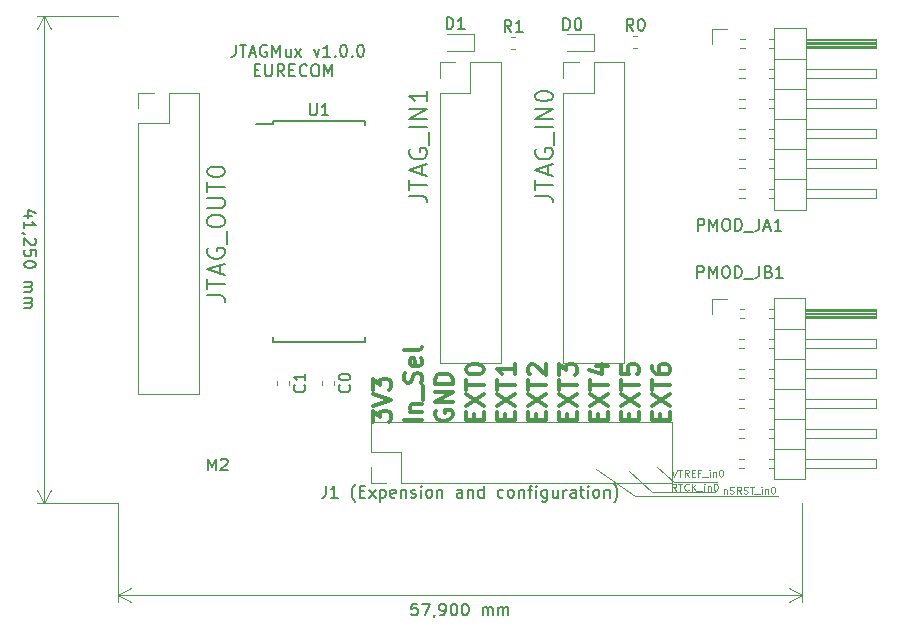
<source format=gbr>
G04 #@! TF.GenerationSoftware,KiCad,Pcbnew,(5.1.0-165-g615c49315)*
G04 #@! TF.CreationDate,2019-04-12T15:14:10+02:00*
G04 #@! TF.ProjectId,JTAGMux_1.0,4a544147-4d75-4785-9f31-2e302e6b6963,rev?*
G04 #@! TF.SameCoordinates,Original*
G04 #@! TF.FileFunction,Legend,Top*
G04 #@! TF.FilePolarity,Positive*
%FSLAX46Y46*%
G04 Gerber Fmt 4.6, Leading zero omitted, Abs format (unit mm)*
G04 Created by KiCad (PCBNEW (5.1.0-165-g615c49315)) date 2019-04-12 15:14:10*
%MOMM*%
%LPD*%
G04 APERTURE LIST*
%ADD10C,0.150000*%
%ADD11C,0.125000*%
%ADD12C,0.120000*%
%ADD13C,0.375000*%
G04 APERTURE END LIST*
D10*
X60052695Y-111125880D02*
X60052695Y-111840166D01*
X60005076Y-111983023D01*
X59909838Y-112078261D01*
X59766980Y-112125880D01*
X59671742Y-112125880D01*
X60386028Y-111125880D02*
X60957457Y-111125880D01*
X60671742Y-112125880D02*
X60671742Y-111125880D01*
X61243171Y-111840166D02*
X61719361Y-111840166D01*
X61147933Y-112125880D02*
X61481266Y-111125880D01*
X61814600Y-112125880D01*
X62671742Y-111173500D02*
X62576504Y-111125880D01*
X62433647Y-111125880D01*
X62290790Y-111173500D01*
X62195552Y-111268738D01*
X62147933Y-111363976D01*
X62100314Y-111554452D01*
X62100314Y-111697309D01*
X62147933Y-111887785D01*
X62195552Y-111983023D01*
X62290790Y-112078261D01*
X62433647Y-112125880D01*
X62528885Y-112125880D01*
X62671742Y-112078261D01*
X62719361Y-112030642D01*
X62719361Y-111697309D01*
X62528885Y-111697309D01*
X63147933Y-112125880D02*
X63147933Y-111125880D01*
X63481266Y-111840166D01*
X63814600Y-111125880D01*
X63814600Y-112125880D01*
X64719361Y-111459214D02*
X64719361Y-112125880D01*
X64290790Y-111459214D02*
X64290790Y-111983023D01*
X64338409Y-112078261D01*
X64433647Y-112125880D01*
X64576504Y-112125880D01*
X64671742Y-112078261D01*
X64719361Y-112030642D01*
X65100314Y-112125880D02*
X65624123Y-111459214D01*
X65100314Y-111459214D02*
X65624123Y-112125880D01*
X66671742Y-111459214D02*
X66909838Y-112125880D01*
X67147933Y-111459214D01*
X68052695Y-112125880D02*
X67481266Y-112125880D01*
X67766980Y-112125880D02*
X67766980Y-111125880D01*
X67671742Y-111268738D01*
X67576504Y-111363976D01*
X67481266Y-111411595D01*
X68481266Y-112030642D02*
X68528885Y-112078261D01*
X68481266Y-112125880D01*
X68433647Y-112078261D01*
X68481266Y-112030642D01*
X68481266Y-112125880D01*
X69147933Y-111125880D02*
X69243171Y-111125880D01*
X69338409Y-111173500D01*
X69386028Y-111221119D01*
X69433647Y-111316357D01*
X69481266Y-111506833D01*
X69481266Y-111744928D01*
X69433647Y-111935404D01*
X69386028Y-112030642D01*
X69338409Y-112078261D01*
X69243171Y-112125880D01*
X69147933Y-112125880D01*
X69052695Y-112078261D01*
X69005076Y-112030642D01*
X68957457Y-111935404D01*
X68909838Y-111744928D01*
X68909838Y-111506833D01*
X68957457Y-111316357D01*
X69005076Y-111221119D01*
X69052695Y-111173500D01*
X69147933Y-111125880D01*
X69909838Y-112030642D02*
X69957457Y-112078261D01*
X69909838Y-112125880D01*
X69862219Y-112078261D01*
X69909838Y-112030642D01*
X69909838Y-112125880D01*
X70576504Y-111125880D02*
X70671742Y-111125880D01*
X70766980Y-111173500D01*
X70814600Y-111221119D01*
X70862219Y-111316357D01*
X70909838Y-111506833D01*
X70909838Y-111744928D01*
X70862219Y-111935404D01*
X70814600Y-112030642D01*
X70766980Y-112078261D01*
X70671742Y-112125880D01*
X70576504Y-112125880D01*
X70481266Y-112078261D01*
X70433647Y-112030642D01*
X70386028Y-111935404D01*
X70338409Y-111744928D01*
X70338409Y-111506833D01*
X70386028Y-111316357D01*
X70433647Y-111221119D01*
X70481266Y-111173500D01*
X70576504Y-111125880D01*
X61647933Y-113252071D02*
X61981266Y-113252071D01*
X62124123Y-113775880D02*
X61647933Y-113775880D01*
X61647933Y-112775880D01*
X62124123Y-112775880D01*
X62552695Y-112775880D02*
X62552695Y-113585404D01*
X62600314Y-113680642D01*
X62647933Y-113728261D01*
X62743171Y-113775880D01*
X62933647Y-113775880D01*
X63028885Y-113728261D01*
X63076504Y-113680642D01*
X63124123Y-113585404D01*
X63124123Y-112775880D01*
X64171742Y-113775880D02*
X63838409Y-113299690D01*
X63600314Y-113775880D02*
X63600314Y-112775880D01*
X63981266Y-112775880D01*
X64076504Y-112823500D01*
X64124123Y-112871119D01*
X64171742Y-112966357D01*
X64171742Y-113109214D01*
X64124123Y-113204452D01*
X64076504Y-113252071D01*
X63981266Y-113299690D01*
X63600314Y-113299690D01*
X64600314Y-113252071D02*
X64933647Y-113252071D01*
X65076504Y-113775880D02*
X64600314Y-113775880D01*
X64600314Y-112775880D01*
X65076504Y-112775880D01*
X66076504Y-113680642D02*
X66028885Y-113728261D01*
X65886028Y-113775880D01*
X65790790Y-113775880D01*
X65647933Y-113728261D01*
X65552695Y-113633023D01*
X65505076Y-113537785D01*
X65457457Y-113347309D01*
X65457457Y-113204452D01*
X65505076Y-113013976D01*
X65552695Y-112918738D01*
X65647933Y-112823500D01*
X65790790Y-112775880D01*
X65886028Y-112775880D01*
X66028885Y-112823500D01*
X66076504Y-112871119D01*
X66695552Y-112775880D02*
X66886028Y-112775880D01*
X66981266Y-112823500D01*
X67076504Y-112918738D01*
X67124123Y-113109214D01*
X67124123Y-113442547D01*
X67076504Y-113633023D01*
X66981266Y-113728261D01*
X66886028Y-113775880D01*
X66695552Y-113775880D01*
X66600314Y-113728261D01*
X66505076Y-113633023D01*
X66457457Y-113442547D01*
X66457457Y-113109214D01*
X66505076Y-112918738D01*
X66600314Y-112823500D01*
X66695552Y-112775880D01*
X67552695Y-113775880D02*
X67552695Y-112775880D01*
X67886028Y-113490166D01*
X68219361Y-112775880D01*
X68219361Y-113775880D01*
D11*
X101371757Y-148717328D02*
X101371757Y-149117328D01*
X101371757Y-148774471D02*
X101400328Y-148745900D01*
X101457471Y-148717328D01*
X101543185Y-148717328D01*
X101600328Y-148745900D01*
X101628900Y-148803042D01*
X101628900Y-149117328D01*
X101886042Y-149088757D02*
X101971757Y-149117328D01*
X102114614Y-149117328D01*
X102171757Y-149088757D01*
X102200328Y-149060185D01*
X102228900Y-149003042D01*
X102228900Y-148945900D01*
X102200328Y-148888757D01*
X102171757Y-148860185D01*
X102114614Y-148831614D01*
X102000328Y-148803042D01*
X101943185Y-148774471D01*
X101914614Y-148745900D01*
X101886042Y-148688757D01*
X101886042Y-148631614D01*
X101914614Y-148574471D01*
X101943185Y-148545900D01*
X102000328Y-148517328D01*
X102143185Y-148517328D01*
X102228900Y-148545900D01*
X102828900Y-149117328D02*
X102628900Y-148831614D01*
X102486042Y-149117328D02*
X102486042Y-148517328D01*
X102714614Y-148517328D01*
X102771757Y-148545900D01*
X102800328Y-148574471D01*
X102828900Y-148631614D01*
X102828900Y-148717328D01*
X102800328Y-148774471D01*
X102771757Y-148803042D01*
X102714614Y-148831614D01*
X102486042Y-148831614D01*
X103057471Y-149088757D02*
X103143185Y-149117328D01*
X103286042Y-149117328D01*
X103343185Y-149088757D01*
X103371757Y-149060185D01*
X103400328Y-149003042D01*
X103400328Y-148945900D01*
X103371757Y-148888757D01*
X103343185Y-148860185D01*
X103286042Y-148831614D01*
X103171757Y-148803042D01*
X103114614Y-148774471D01*
X103086042Y-148745900D01*
X103057471Y-148688757D01*
X103057471Y-148631614D01*
X103086042Y-148574471D01*
X103114614Y-148545900D01*
X103171757Y-148517328D01*
X103314614Y-148517328D01*
X103400328Y-148545900D01*
X103571757Y-148517328D02*
X103914614Y-148517328D01*
X103743185Y-149117328D02*
X103743185Y-148517328D01*
X103971757Y-149174471D02*
X104428900Y-149174471D01*
X104571757Y-149117328D02*
X104571757Y-148717328D01*
X104571757Y-148517328D02*
X104543185Y-148545900D01*
X104571757Y-148574471D01*
X104600328Y-148545900D01*
X104571757Y-148517328D01*
X104571757Y-148574471D01*
X104857471Y-148717328D02*
X104857471Y-149117328D01*
X104857471Y-148774471D02*
X104886042Y-148745900D01*
X104943185Y-148717328D01*
X105028900Y-148717328D01*
X105086042Y-148745900D01*
X105114614Y-148803042D01*
X105114614Y-149117328D01*
X105514614Y-148517328D02*
X105571757Y-148517328D01*
X105628900Y-148545900D01*
X105657471Y-148574471D01*
X105686042Y-148631614D01*
X105714614Y-148745900D01*
X105714614Y-148888757D01*
X105686042Y-149003042D01*
X105657471Y-149060185D01*
X105628900Y-149088757D01*
X105571757Y-149117328D01*
X105514614Y-149117328D01*
X105457471Y-149088757D01*
X105428900Y-149060185D01*
X105400328Y-149003042D01*
X105371757Y-148888757D01*
X105371757Y-148745900D01*
X105400328Y-148631614D01*
X105428900Y-148574471D01*
X105457471Y-148545900D01*
X105514614Y-148517328D01*
X97347371Y-148863328D02*
X97147371Y-148577614D01*
X97004514Y-148863328D02*
X97004514Y-148263328D01*
X97233085Y-148263328D01*
X97290228Y-148291900D01*
X97318800Y-148320471D01*
X97347371Y-148377614D01*
X97347371Y-148463328D01*
X97318800Y-148520471D01*
X97290228Y-148549042D01*
X97233085Y-148577614D01*
X97004514Y-148577614D01*
X97518800Y-148263328D02*
X97861657Y-148263328D01*
X97690228Y-148863328D02*
X97690228Y-148263328D01*
X98404514Y-148806185D02*
X98375942Y-148834757D01*
X98290228Y-148863328D01*
X98233085Y-148863328D01*
X98147371Y-148834757D01*
X98090228Y-148777614D01*
X98061657Y-148720471D01*
X98033085Y-148606185D01*
X98033085Y-148520471D01*
X98061657Y-148406185D01*
X98090228Y-148349042D01*
X98147371Y-148291900D01*
X98233085Y-148263328D01*
X98290228Y-148263328D01*
X98375942Y-148291900D01*
X98404514Y-148320471D01*
X98661657Y-148863328D02*
X98661657Y-148263328D01*
X99004514Y-148863328D02*
X98747371Y-148520471D01*
X99004514Y-148263328D02*
X98661657Y-148606185D01*
X99118800Y-148920471D02*
X99575942Y-148920471D01*
X99718800Y-148863328D02*
X99718800Y-148463328D01*
X99718800Y-148263328D02*
X99690228Y-148291900D01*
X99718800Y-148320471D01*
X99747371Y-148291900D01*
X99718800Y-148263328D01*
X99718800Y-148320471D01*
X100004514Y-148463328D02*
X100004514Y-148863328D01*
X100004514Y-148520471D02*
X100033085Y-148491900D01*
X100090228Y-148463328D01*
X100175942Y-148463328D01*
X100233085Y-148491900D01*
X100261657Y-148549042D01*
X100261657Y-148863328D01*
X100661657Y-148263328D02*
X100718800Y-148263328D01*
X100775942Y-148291900D01*
X100804514Y-148320471D01*
X100833085Y-148377614D01*
X100861657Y-148491900D01*
X100861657Y-148634757D01*
X100833085Y-148749042D01*
X100804514Y-148806185D01*
X100775942Y-148834757D01*
X100718800Y-148863328D01*
X100661657Y-148863328D01*
X100604514Y-148834757D01*
X100575942Y-148806185D01*
X100547371Y-148749042D01*
X100518800Y-148634757D01*
X100518800Y-148491900D01*
X100547371Y-148377614D01*
X100575942Y-148320471D01*
X100604514Y-148291900D01*
X100661657Y-148263328D01*
D12*
X97128100Y-148122000D02*
X100773000Y-148122000D01*
X95718400Y-146864700D02*
X97128100Y-148122000D01*
X95324700Y-149011000D02*
X100646000Y-149011000D01*
X93394300Y-147194900D02*
X95324700Y-149011000D01*
D11*
X96999785Y-147082228D02*
X97199785Y-147682228D01*
X97399785Y-147082228D01*
X97514071Y-147082228D02*
X97856928Y-147082228D01*
X97685500Y-147682228D02*
X97685500Y-147082228D01*
X98399785Y-147682228D02*
X98199785Y-147396514D01*
X98056928Y-147682228D02*
X98056928Y-147082228D01*
X98285500Y-147082228D01*
X98342642Y-147110800D01*
X98371214Y-147139371D01*
X98399785Y-147196514D01*
X98399785Y-147282228D01*
X98371214Y-147339371D01*
X98342642Y-147367942D01*
X98285500Y-147396514D01*
X98056928Y-147396514D01*
X98656928Y-147367942D02*
X98856928Y-147367942D01*
X98942642Y-147682228D02*
X98656928Y-147682228D01*
X98656928Y-147082228D01*
X98942642Y-147082228D01*
X99399785Y-147367942D02*
X99199785Y-147367942D01*
X99199785Y-147682228D02*
X99199785Y-147082228D01*
X99485500Y-147082228D01*
X99571214Y-147739371D02*
X100028357Y-147739371D01*
X100171214Y-147682228D02*
X100171214Y-147282228D01*
X100171214Y-147082228D02*
X100142642Y-147110800D01*
X100171214Y-147139371D01*
X100199785Y-147110800D01*
X100171214Y-147082228D01*
X100171214Y-147139371D01*
X100456928Y-147282228D02*
X100456928Y-147682228D01*
X100456928Y-147339371D02*
X100485500Y-147310800D01*
X100542642Y-147282228D01*
X100628357Y-147282228D01*
X100685500Y-147310800D01*
X100714071Y-147367942D01*
X100714071Y-147682228D01*
X101114071Y-147082228D02*
X101171214Y-147082228D01*
X101228357Y-147110800D01*
X101256928Y-147139371D01*
X101285500Y-147196514D01*
X101314071Y-147310800D01*
X101314071Y-147453657D01*
X101285500Y-147567942D01*
X101256928Y-147625085D01*
X101228357Y-147653657D01*
X101171214Y-147682228D01*
X101114071Y-147682228D01*
X101056928Y-147653657D01*
X101028357Y-147625085D01*
X100999785Y-147567942D01*
X100971214Y-147453657D01*
X100971214Y-147310800D01*
X100999785Y-147196514D01*
X101028357Y-147139371D01*
X101056928Y-147110800D01*
X101114071Y-147082228D01*
D12*
X93826100Y-149315800D02*
X105992700Y-149303100D01*
X90524100Y-147055200D02*
X93826100Y-149315800D01*
D13*
X71667171Y-143028464D02*
X71667171Y-142099892D01*
X72238600Y-142599892D01*
X72238600Y-142385607D01*
X72310028Y-142242750D01*
X72381457Y-142171321D01*
X72524314Y-142099892D01*
X72881457Y-142099892D01*
X73024314Y-142171321D01*
X73095742Y-142242750D01*
X73167171Y-142385607D01*
X73167171Y-142814178D01*
X73095742Y-142957035D01*
X73024314Y-143028464D01*
X71667171Y-141671321D02*
X73167171Y-141171321D01*
X71667171Y-140671321D01*
X71667171Y-140314178D02*
X71667171Y-139385607D01*
X72238600Y-139885607D01*
X72238600Y-139671321D01*
X72310028Y-139528464D01*
X72381457Y-139457035D01*
X72524314Y-139385607D01*
X72881457Y-139385607D01*
X73024314Y-139457035D01*
X73095742Y-139528464D01*
X73167171Y-139671321D01*
X73167171Y-140099892D01*
X73095742Y-140242750D01*
X73024314Y-140314178D01*
X75792171Y-142885607D02*
X74292171Y-142885607D01*
X74792171Y-142171321D02*
X75792171Y-142171321D01*
X74935028Y-142171321D02*
X74863600Y-142099892D01*
X74792171Y-141957035D01*
X74792171Y-141742750D01*
X74863600Y-141599892D01*
X75006457Y-141528464D01*
X75792171Y-141528464D01*
X75935028Y-141171321D02*
X75935028Y-140028464D01*
X75720742Y-139742750D02*
X75792171Y-139528464D01*
X75792171Y-139171321D01*
X75720742Y-139028464D01*
X75649314Y-138957035D01*
X75506457Y-138885607D01*
X75363600Y-138885607D01*
X75220742Y-138957035D01*
X75149314Y-139028464D01*
X75077885Y-139171321D01*
X75006457Y-139457035D01*
X74935028Y-139599892D01*
X74863600Y-139671321D01*
X74720742Y-139742750D01*
X74577885Y-139742750D01*
X74435028Y-139671321D01*
X74363600Y-139599892D01*
X74292171Y-139457035D01*
X74292171Y-139099892D01*
X74363600Y-138885607D01*
X75720742Y-137671321D02*
X75792171Y-137814178D01*
X75792171Y-138099892D01*
X75720742Y-138242750D01*
X75577885Y-138314178D01*
X75006457Y-138314178D01*
X74863600Y-138242750D01*
X74792171Y-138099892D01*
X74792171Y-137814178D01*
X74863600Y-137671321D01*
X75006457Y-137599892D01*
X75149314Y-137599892D01*
X75292171Y-138314178D01*
X75792171Y-136742750D02*
X75720742Y-136885607D01*
X75577885Y-136957035D01*
X74292171Y-136957035D01*
X76988600Y-142099892D02*
X76917171Y-142242750D01*
X76917171Y-142457035D01*
X76988600Y-142671321D01*
X77131457Y-142814178D01*
X77274314Y-142885607D01*
X77560028Y-142957035D01*
X77774314Y-142957035D01*
X78060028Y-142885607D01*
X78202885Y-142814178D01*
X78345742Y-142671321D01*
X78417171Y-142457035D01*
X78417171Y-142314178D01*
X78345742Y-142099892D01*
X78274314Y-142028464D01*
X77774314Y-142028464D01*
X77774314Y-142314178D01*
X78417171Y-141385607D02*
X76917171Y-141385607D01*
X78417171Y-140528464D01*
X76917171Y-140528464D01*
X78417171Y-139814178D02*
X76917171Y-139814178D01*
X76917171Y-139457035D01*
X76988600Y-139242750D01*
X77131457Y-139099892D01*
X77274314Y-139028464D01*
X77560028Y-138957035D01*
X77774314Y-138957035D01*
X78060028Y-139028464D01*
X78202885Y-139099892D01*
X78345742Y-139242750D01*
X78417171Y-139457035D01*
X78417171Y-139814178D01*
X80256457Y-142885607D02*
X80256457Y-142385607D01*
X81042171Y-142171321D02*
X81042171Y-142885607D01*
X79542171Y-142885607D01*
X79542171Y-142171321D01*
X79542171Y-141671321D02*
X81042171Y-140671321D01*
X79542171Y-140671321D02*
X81042171Y-141671321D01*
X79542171Y-140314178D02*
X79542171Y-139457035D01*
X81042171Y-139885607D02*
X79542171Y-139885607D01*
X79542171Y-138671321D02*
X79542171Y-138528464D01*
X79613600Y-138385607D01*
X79685028Y-138314178D01*
X79827885Y-138242750D01*
X80113600Y-138171321D01*
X80470742Y-138171321D01*
X80756457Y-138242750D01*
X80899314Y-138314178D01*
X80970742Y-138385607D01*
X81042171Y-138528464D01*
X81042171Y-138671321D01*
X80970742Y-138814178D01*
X80899314Y-138885607D01*
X80756457Y-138957035D01*
X80470742Y-139028464D01*
X80113600Y-139028464D01*
X79827885Y-138957035D01*
X79685028Y-138885607D01*
X79613600Y-138814178D01*
X79542171Y-138671321D01*
X82881457Y-142885607D02*
X82881457Y-142385607D01*
X83667171Y-142171321D02*
X83667171Y-142885607D01*
X82167171Y-142885607D01*
X82167171Y-142171321D01*
X82167171Y-141671321D02*
X83667171Y-140671321D01*
X82167171Y-140671321D02*
X83667171Y-141671321D01*
X82167171Y-140314178D02*
X82167171Y-139457035D01*
X83667171Y-139885607D02*
X82167171Y-139885607D01*
X83667171Y-138171321D02*
X83667171Y-139028464D01*
X83667171Y-138599892D02*
X82167171Y-138599892D01*
X82381457Y-138742750D01*
X82524314Y-138885607D01*
X82595742Y-139028464D01*
X85506457Y-142885607D02*
X85506457Y-142385607D01*
X86292171Y-142171321D02*
X86292171Y-142885607D01*
X84792171Y-142885607D01*
X84792171Y-142171321D01*
X84792171Y-141671321D02*
X86292171Y-140671321D01*
X84792171Y-140671321D02*
X86292171Y-141671321D01*
X84792171Y-140314178D02*
X84792171Y-139457035D01*
X86292171Y-139885607D02*
X84792171Y-139885607D01*
X84935028Y-139028464D02*
X84863600Y-138957035D01*
X84792171Y-138814178D01*
X84792171Y-138457035D01*
X84863600Y-138314178D01*
X84935028Y-138242750D01*
X85077885Y-138171321D01*
X85220742Y-138171321D01*
X85435028Y-138242750D01*
X86292171Y-139099892D01*
X86292171Y-138171321D01*
X88131457Y-142885607D02*
X88131457Y-142385607D01*
X88917171Y-142171321D02*
X88917171Y-142885607D01*
X87417171Y-142885607D01*
X87417171Y-142171321D01*
X87417171Y-141671321D02*
X88917171Y-140671321D01*
X87417171Y-140671321D02*
X88917171Y-141671321D01*
X87417171Y-140314178D02*
X87417171Y-139457035D01*
X88917171Y-139885607D02*
X87417171Y-139885607D01*
X87417171Y-139099892D02*
X87417171Y-138171321D01*
X87988600Y-138671321D01*
X87988600Y-138457035D01*
X88060028Y-138314178D01*
X88131457Y-138242750D01*
X88274314Y-138171321D01*
X88631457Y-138171321D01*
X88774314Y-138242750D01*
X88845742Y-138314178D01*
X88917171Y-138457035D01*
X88917171Y-138885607D01*
X88845742Y-139028464D01*
X88774314Y-139099892D01*
X90756457Y-142885607D02*
X90756457Y-142385607D01*
X91542171Y-142171321D02*
X91542171Y-142885607D01*
X90042171Y-142885607D01*
X90042171Y-142171321D01*
X90042171Y-141671321D02*
X91542171Y-140671321D01*
X90042171Y-140671321D02*
X91542171Y-141671321D01*
X90042171Y-140314178D02*
X90042171Y-139457035D01*
X91542171Y-139885607D02*
X90042171Y-139885607D01*
X90542171Y-138314178D02*
X91542171Y-138314178D01*
X89970742Y-138671321D02*
X91042171Y-139028464D01*
X91042171Y-138099892D01*
X93381457Y-142885607D02*
X93381457Y-142385607D01*
X94167171Y-142171321D02*
X94167171Y-142885607D01*
X92667171Y-142885607D01*
X92667171Y-142171321D01*
X92667171Y-141671321D02*
X94167171Y-140671321D01*
X92667171Y-140671321D02*
X94167171Y-141671321D01*
X92667171Y-140314178D02*
X92667171Y-139457035D01*
X94167171Y-139885607D02*
X92667171Y-139885607D01*
X92667171Y-138242750D02*
X92667171Y-138957035D01*
X93381457Y-139028464D01*
X93310028Y-138957035D01*
X93238600Y-138814178D01*
X93238600Y-138457035D01*
X93310028Y-138314178D01*
X93381457Y-138242750D01*
X93524314Y-138171321D01*
X93881457Y-138171321D01*
X94024314Y-138242750D01*
X94095742Y-138314178D01*
X94167171Y-138457035D01*
X94167171Y-138814178D01*
X94095742Y-138957035D01*
X94024314Y-139028464D01*
X96006457Y-142885607D02*
X96006457Y-142385607D01*
X96792171Y-142171321D02*
X96792171Y-142885607D01*
X95292171Y-142885607D01*
X95292171Y-142171321D01*
X95292171Y-141671321D02*
X96792171Y-140671321D01*
X95292171Y-140671321D02*
X96792171Y-141671321D01*
X95292171Y-140314178D02*
X95292171Y-139457035D01*
X96792171Y-139885607D02*
X95292171Y-139885607D01*
X95292171Y-138314178D02*
X95292171Y-138599892D01*
X95363600Y-138742750D01*
X95435028Y-138814178D01*
X95649314Y-138957035D01*
X95935028Y-139028464D01*
X96506457Y-139028464D01*
X96649314Y-138957035D01*
X96720742Y-138885607D01*
X96792171Y-138742750D01*
X96792171Y-138457035D01*
X96720742Y-138314178D01*
X96649314Y-138242750D01*
X96506457Y-138171321D01*
X96149314Y-138171321D01*
X96006457Y-138242750D01*
X95935028Y-138314178D01*
X95863600Y-138457035D01*
X95863600Y-138742750D01*
X95935028Y-138885607D01*
X96006457Y-138957035D01*
X96149314Y-139028464D01*
D10*
X75430952Y-158422380D02*
X74954761Y-158422380D01*
X74907142Y-158898571D01*
X74954761Y-158850952D01*
X75050000Y-158803333D01*
X75288095Y-158803333D01*
X75383333Y-158850952D01*
X75430952Y-158898571D01*
X75478571Y-158993809D01*
X75478571Y-159231904D01*
X75430952Y-159327142D01*
X75383333Y-159374761D01*
X75288095Y-159422380D01*
X75050000Y-159422380D01*
X74954761Y-159374761D01*
X74907142Y-159327142D01*
X75811904Y-158422380D02*
X76478571Y-158422380D01*
X76050000Y-159422380D01*
X76907142Y-159374761D02*
X76907142Y-159422380D01*
X76859523Y-159517619D01*
X76811904Y-159565238D01*
X77383333Y-159422380D02*
X77573809Y-159422380D01*
X77669047Y-159374761D01*
X77716666Y-159327142D01*
X77811904Y-159184285D01*
X77859523Y-158993809D01*
X77859523Y-158612857D01*
X77811904Y-158517619D01*
X77764285Y-158470000D01*
X77669047Y-158422380D01*
X77478571Y-158422380D01*
X77383333Y-158470000D01*
X77335714Y-158517619D01*
X77288095Y-158612857D01*
X77288095Y-158850952D01*
X77335714Y-158946190D01*
X77383333Y-158993809D01*
X77478571Y-159041428D01*
X77669047Y-159041428D01*
X77764285Y-158993809D01*
X77811904Y-158946190D01*
X77859523Y-158850952D01*
X78478571Y-158422380D02*
X78573809Y-158422380D01*
X78669047Y-158470000D01*
X78716666Y-158517619D01*
X78764285Y-158612857D01*
X78811904Y-158803333D01*
X78811904Y-159041428D01*
X78764285Y-159231904D01*
X78716666Y-159327142D01*
X78669047Y-159374761D01*
X78573809Y-159422380D01*
X78478571Y-159422380D01*
X78383333Y-159374761D01*
X78335714Y-159327142D01*
X78288095Y-159231904D01*
X78240476Y-159041428D01*
X78240476Y-158803333D01*
X78288095Y-158612857D01*
X78335714Y-158517619D01*
X78383333Y-158470000D01*
X78478571Y-158422380D01*
X79430952Y-158422380D02*
X79526190Y-158422380D01*
X79621428Y-158470000D01*
X79669047Y-158517619D01*
X79716666Y-158612857D01*
X79764285Y-158803333D01*
X79764285Y-159041428D01*
X79716666Y-159231904D01*
X79669047Y-159327142D01*
X79621428Y-159374761D01*
X79526190Y-159422380D01*
X79430952Y-159422380D01*
X79335714Y-159374761D01*
X79288095Y-159327142D01*
X79240476Y-159231904D01*
X79192857Y-159041428D01*
X79192857Y-158803333D01*
X79240476Y-158612857D01*
X79288095Y-158517619D01*
X79335714Y-158470000D01*
X79430952Y-158422380D01*
X80954761Y-159422380D02*
X80954761Y-158755714D01*
X80954761Y-158850952D02*
X81002380Y-158803333D01*
X81097619Y-158755714D01*
X81240476Y-158755714D01*
X81335714Y-158803333D01*
X81383333Y-158898571D01*
X81383333Y-159422380D01*
X81383333Y-158898571D02*
X81430952Y-158803333D01*
X81526190Y-158755714D01*
X81669047Y-158755714D01*
X81764285Y-158803333D01*
X81811904Y-158898571D01*
X81811904Y-159422380D01*
X82288095Y-159422380D02*
X82288095Y-158755714D01*
X82288095Y-158850952D02*
X82335714Y-158803333D01*
X82430952Y-158755714D01*
X82573809Y-158755714D01*
X82669047Y-158803333D01*
X82716666Y-158898571D01*
X82716666Y-159422380D01*
X82716666Y-158898571D02*
X82764285Y-158803333D01*
X82859523Y-158755714D01*
X83002380Y-158755714D01*
X83097619Y-158803333D01*
X83145238Y-158898571D01*
X83145238Y-159422380D01*
D12*
X50100000Y-157700000D02*
X108000000Y-157700000D01*
X50100000Y-149900000D02*
X50100000Y-158286421D01*
X108000000Y-149900000D02*
X108000000Y-158286421D01*
X108000000Y-157700000D02*
X106873496Y-158286421D01*
X108000000Y-157700000D02*
X106873496Y-157113579D01*
X50100000Y-157700000D02*
X51226504Y-158286421D01*
X50100000Y-157700000D02*
X51226504Y-157113579D01*
D10*
X42794285Y-125608333D02*
X42127619Y-125608333D01*
X43175238Y-125370238D02*
X42460952Y-125132142D01*
X42460952Y-125751190D01*
X42127619Y-126655952D02*
X42127619Y-126084523D01*
X42127619Y-126370238D02*
X43127619Y-126370238D01*
X42984761Y-126275000D01*
X42889523Y-126179761D01*
X42841904Y-126084523D01*
X42175238Y-127132142D02*
X42127619Y-127132142D01*
X42032380Y-127084523D01*
X41984761Y-127036904D01*
X43032380Y-127513095D02*
X43080000Y-127560714D01*
X43127619Y-127655952D01*
X43127619Y-127894047D01*
X43080000Y-127989285D01*
X43032380Y-128036904D01*
X42937142Y-128084523D01*
X42841904Y-128084523D01*
X42699047Y-128036904D01*
X42127619Y-127465476D01*
X42127619Y-128084523D01*
X43127619Y-128989285D02*
X43127619Y-128513095D01*
X42651428Y-128465476D01*
X42699047Y-128513095D01*
X42746666Y-128608333D01*
X42746666Y-128846428D01*
X42699047Y-128941666D01*
X42651428Y-128989285D01*
X42556190Y-129036904D01*
X42318095Y-129036904D01*
X42222857Y-128989285D01*
X42175238Y-128941666D01*
X42127619Y-128846428D01*
X42127619Y-128608333D01*
X42175238Y-128513095D01*
X42222857Y-128465476D01*
X43127619Y-129655952D02*
X43127619Y-129751190D01*
X43080000Y-129846428D01*
X43032380Y-129894047D01*
X42937142Y-129941666D01*
X42746666Y-129989285D01*
X42508571Y-129989285D01*
X42318095Y-129941666D01*
X42222857Y-129894047D01*
X42175238Y-129846428D01*
X42127619Y-129751190D01*
X42127619Y-129655952D01*
X42175238Y-129560714D01*
X42222857Y-129513095D01*
X42318095Y-129465476D01*
X42508571Y-129417857D01*
X42746666Y-129417857D01*
X42937142Y-129465476D01*
X43032380Y-129513095D01*
X43080000Y-129560714D01*
X43127619Y-129655952D01*
X42127619Y-131179761D02*
X42794285Y-131179761D01*
X42699047Y-131179761D02*
X42746666Y-131227380D01*
X42794285Y-131322619D01*
X42794285Y-131465476D01*
X42746666Y-131560714D01*
X42651428Y-131608333D01*
X42127619Y-131608333D01*
X42651428Y-131608333D02*
X42746666Y-131655952D01*
X42794285Y-131751190D01*
X42794285Y-131894047D01*
X42746666Y-131989285D01*
X42651428Y-132036904D01*
X42127619Y-132036904D01*
X42127619Y-132513095D02*
X42794285Y-132513095D01*
X42699047Y-132513095D02*
X42746666Y-132560714D01*
X42794285Y-132655952D01*
X42794285Y-132798809D01*
X42746666Y-132894047D01*
X42651428Y-132941666D01*
X42127619Y-132941666D01*
X42651428Y-132941666D02*
X42746666Y-132989285D01*
X42794285Y-133084523D01*
X42794285Y-133227380D01*
X42746666Y-133322619D01*
X42651428Y-133370238D01*
X42127619Y-133370238D01*
D12*
X43850000Y-108650000D02*
X43850000Y-149900000D01*
X50100000Y-108650000D02*
X43263579Y-108650000D01*
X50100000Y-149900000D02*
X43263579Y-149900000D01*
X43850000Y-149900000D02*
X43263579Y-148773496D01*
X43850000Y-149900000D02*
X44436421Y-148773496D01*
X43850000Y-108650000D02*
X43263579Y-109776504D01*
X43850000Y-108650000D02*
X44436421Y-109776504D01*
X80235000Y-110205000D02*
X77950000Y-110205000D01*
X80235000Y-111675000D02*
X80235000Y-110205000D01*
X77950000Y-111675000D02*
X80235000Y-111675000D01*
X100360000Y-132620000D02*
X101630000Y-132620000D01*
X100360000Y-133890000D02*
X100360000Y-132620000D01*
X102672929Y-146970000D02*
X103127071Y-146970000D01*
X102672929Y-146210000D02*
X103127071Y-146210000D01*
X105212929Y-146970000D02*
X105610000Y-146970000D01*
X105212929Y-146210000D02*
X105610000Y-146210000D01*
X114270000Y-146970000D02*
X108270000Y-146970000D01*
X114270000Y-146210000D02*
X114270000Y-146970000D01*
X108270000Y-146210000D02*
X114270000Y-146210000D01*
X105610000Y-145320000D02*
X108270000Y-145320000D01*
X102672929Y-144430000D02*
X103127071Y-144430000D01*
X102672929Y-143670000D02*
X103127071Y-143670000D01*
X105212929Y-144430000D02*
X105610000Y-144430000D01*
X105212929Y-143670000D02*
X105610000Y-143670000D01*
X114270000Y-144430000D02*
X108270000Y-144430000D01*
X114270000Y-143670000D02*
X114270000Y-144430000D01*
X108270000Y-143670000D02*
X114270000Y-143670000D01*
X105610000Y-142780000D02*
X108270000Y-142780000D01*
X102672929Y-141890000D02*
X103127071Y-141890000D01*
X102672929Y-141130000D02*
X103127071Y-141130000D01*
X105212929Y-141890000D02*
X105610000Y-141890000D01*
X105212929Y-141130000D02*
X105610000Y-141130000D01*
X114270000Y-141890000D02*
X108270000Y-141890000D01*
X114270000Y-141130000D02*
X114270000Y-141890000D01*
X108270000Y-141130000D02*
X114270000Y-141130000D01*
X105610000Y-140240000D02*
X108270000Y-140240000D01*
X102672929Y-139350000D02*
X103127071Y-139350000D01*
X102672929Y-138590000D02*
X103127071Y-138590000D01*
X105212929Y-139350000D02*
X105610000Y-139350000D01*
X105212929Y-138590000D02*
X105610000Y-138590000D01*
X114270000Y-139350000D02*
X108270000Y-139350000D01*
X114270000Y-138590000D02*
X114270000Y-139350000D01*
X108270000Y-138590000D02*
X114270000Y-138590000D01*
X105610000Y-137700000D02*
X108270000Y-137700000D01*
X102672929Y-136810000D02*
X103127071Y-136810000D01*
X102672929Y-136050000D02*
X103127071Y-136050000D01*
X105212929Y-136810000D02*
X105610000Y-136810000D01*
X105212929Y-136050000D02*
X105610000Y-136050000D01*
X114270000Y-136810000D02*
X108270000Y-136810000D01*
X114270000Y-136050000D02*
X114270000Y-136810000D01*
X108270000Y-136050000D02*
X114270000Y-136050000D01*
X105610000Y-135160000D02*
X108270000Y-135160000D01*
X102740000Y-134270000D02*
X103127071Y-134270000D01*
X102740000Y-133510000D02*
X103127071Y-133510000D01*
X105212929Y-134270000D02*
X105610000Y-134270000D01*
X105212929Y-133510000D02*
X105610000Y-133510000D01*
X108270000Y-134170000D02*
X114270000Y-134170000D01*
X108270000Y-134050000D02*
X114270000Y-134050000D01*
X108270000Y-133930000D02*
X114270000Y-133930000D01*
X108270000Y-133810000D02*
X114270000Y-133810000D01*
X108270000Y-133690000D02*
X114270000Y-133690000D01*
X108270000Y-133570000D02*
X114270000Y-133570000D01*
X114270000Y-134270000D02*
X108270000Y-134270000D01*
X114270000Y-133510000D02*
X114270000Y-134270000D01*
X108270000Y-133510000D02*
X114270000Y-133510000D01*
X108270000Y-132560000D02*
X105610000Y-132560000D01*
X108270000Y-147920000D02*
X108270000Y-132560000D01*
X105610000Y-147920000D02*
X108270000Y-147920000D01*
X105610000Y-132560000D02*
X105610000Y-147920000D01*
X100390000Y-109770000D02*
X101660000Y-109770000D01*
X100390000Y-111040000D02*
X100390000Y-109770000D01*
X102702929Y-124120000D02*
X103157071Y-124120000D01*
X102702929Y-123360000D02*
X103157071Y-123360000D01*
X105242929Y-124120000D02*
X105640000Y-124120000D01*
X105242929Y-123360000D02*
X105640000Y-123360000D01*
X114300000Y-124120000D02*
X108300000Y-124120000D01*
X114300000Y-123360000D02*
X114300000Y-124120000D01*
X108300000Y-123360000D02*
X114300000Y-123360000D01*
X105640000Y-122470000D02*
X108300000Y-122470000D01*
X102702929Y-121580000D02*
X103157071Y-121580000D01*
X102702929Y-120820000D02*
X103157071Y-120820000D01*
X105242929Y-121580000D02*
X105640000Y-121580000D01*
X105242929Y-120820000D02*
X105640000Y-120820000D01*
X114300000Y-121580000D02*
X108300000Y-121580000D01*
X114300000Y-120820000D02*
X114300000Y-121580000D01*
X108300000Y-120820000D02*
X114300000Y-120820000D01*
X105640000Y-119930000D02*
X108300000Y-119930000D01*
X102702929Y-119040000D02*
X103157071Y-119040000D01*
X102702929Y-118280000D02*
X103157071Y-118280000D01*
X105242929Y-119040000D02*
X105640000Y-119040000D01*
X105242929Y-118280000D02*
X105640000Y-118280000D01*
X114300000Y-119040000D02*
X108300000Y-119040000D01*
X114300000Y-118280000D02*
X114300000Y-119040000D01*
X108300000Y-118280000D02*
X114300000Y-118280000D01*
X105640000Y-117390000D02*
X108300000Y-117390000D01*
X102702929Y-116500000D02*
X103157071Y-116500000D01*
X102702929Y-115740000D02*
X103157071Y-115740000D01*
X105242929Y-116500000D02*
X105640000Y-116500000D01*
X105242929Y-115740000D02*
X105640000Y-115740000D01*
X114300000Y-116500000D02*
X108300000Y-116500000D01*
X114300000Y-115740000D02*
X114300000Y-116500000D01*
X108300000Y-115740000D02*
X114300000Y-115740000D01*
X105640000Y-114850000D02*
X108300000Y-114850000D01*
X102702929Y-113960000D02*
X103157071Y-113960000D01*
X102702929Y-113200000D02*
X103157071Y-113200000D01*
X105242929Y-113960000D02*
X105640000Y-113960000D01*
X105242929Y-113200000D02*
X105640000Y-113200000D01*
X114300000Y-113960000D02*
X108300000Y-113960000D01*
X114300000Y-113200000D02*
X114300000Y-113960000D01*
X108300000Y-113200000D02*
X114300000Y-113200000D01*
X105640000Y-112310000D02*
X108300000Y-112310000D01*
X102770000Y-111420000D02*
X103157071Y-111420000D01*
X102770000Y-110660000D02*
X103157071Y-110660000D01*
X105242929Y-111420000D02*
X105640000Y-111420000D01*
X105242929Y-110660000D02*
X105640000Y-110660000D01*
X108300000Y-111320000D02*
X114300000Y-111320000D01*
X108300000Y-111200000D02*
X114300000Y-111200000D01*
X108300000Y-111080000D02*
X114300000Y-111080000D01*
X108300000Y-110960000D02*
X114300000Y-110960000D01*
X108300000Y-110840000D02*
X114300000Y-110840000D01*
X108300000Y-110720000D02*
X114300000Y-110720000D01*
X114300000Y-111420000D02*
X108300000Y-111420000D01*
X114300000Y-110660000D02*
X114300000Y-111420000D01*
X108300000Y-110660000D02*
X114300000Y-110660000D01*
X108300000Y-109710000D02*
X105640000Y-109710000D01*
X108300000Y-125070000D02*
X108300000Y-109710000D01*
X105640000Y-125070000D02*
X108300000Y-125070000D01*
X105640000Y-109710000D02*
X105640000Y-125070000D01*
D10*
X63225000Y-117825000D02*
X61800000Y-117825000D01*
X63225000Y-136250000D02*
X70975000Y-136250000D01*
X63225000Y-117550000D02*
X70975000Y-117550000D01*
X63225000Y-136250000D02*
X63225000Y-135897500D01*
X70975000Y-136250000D02*
X70975000Y-135897500D01*
X70975000Y-117550000D02*
X70975000Y-117902500D01*
X63225000Y-117550000D02*
X63225000Y-117825000D01*
D12*
X83387221Y-111460000D02*
X83712779Y-111460000D01*
X83387221Y-110440000D02*
X83712779Y-110440000D01*
X93724721Y-111410000D02*
X94050279Y-111410000D01*
X93724721Y-110390000D02*
X94050279Y-110390000D01*
X51770000Y-115160000D02*
X53100000Y-115160000D01*
X51770000Y-116490000D02*
X51770000Y-115160000D01*
X54370000Y-115160000D02*
X56970000Y-115160000D01*
X54370000Y-117760000D02*
X54370000Y-115160000D01*
X51770000Y-117760000D02*
X54370000Y-117760000D01*
X56970000Y-115160000D02*
X56970000Y-140680000D01*
X51770000Y-117760000D02*
X51770000Y-140680000D01*
X51770000Y-140680000D02*
X56970000Y-140680000D01*
X77320000Y-112570000D02*
X78650000Y-112570000D01*
X77320000Y-113900000D02*
X77320000Y-112570000D01*
X79920000Y-112570000D02*
X82520000Y-112570000D01*
X79920000Y-115170000D02*
X79920000Y-112570000D01*
X77320000Y-115170000D02*
X79920000Y-115170000D01*
X82520000Y-112570000D02*
X82520000Y-138090000D01*
X77320000Y-115170000D02*
X77320000Y-138090000D01*
X77320000Y-138090000D02*
X82520000Y-138090000D01*
X87770000Y-112570000D02*
X89100000Y-112570000D01*
X87770000Y-113900000D02*
X87770000Y-112570000D01*
X90370000Y-112570000D02*
X92970000Y-112570000D01*
X90370000Y-115170000D02*
X90370000Y-112570000D01*
X87770000Y-115170000D02*
X90370000Y-115170000D01*
X92970000Y-112570000D02*
X92970000Y-138090000D01*
X87770000Y-115170000D02*
X87770000Y-138090000D01*
X87770000Y-138090000D02*
X92970000Y-138090000D01*
X71470000Y-148230000D02*
X71470000Y-146900000D01*
X72800000Y-148230000D02*
X71470000Y-148230000D01*
X71470000Y-145630000D02*
X71470000Y-143030000D01*
X74070000Y-145630000D02*
X71470000Y-145630000D01*
X74070000Y-148230000D02*
X74070000Y-145630000D01*
X71470000Y-143030000D02*
X96990000Y-143030000D01*
X74070000Y-148230000D02*
X96990000Y-148230000D01*
X96990000Y-148230000D02*
X96990000Y-143030000D01*
X90372500Y-110205000D02*
X88087500Y-110205000D01*
X90372500Y-111675000D02*
X90372500Y-110205000D01*
X88087500Y-111675000D02*
X90372500Y-111675000D01*
X63560000Y-139577221D02*
X63560000Y-139902779D01*
X64580000Y-139577221D02*
X64580000Y-139902779D01*
X67370000Y-139577221D02*
X67370000Y-139902779D01*
X68390000Y-139577221D02*
X68390000Y-139902779D01*
D10*
X57697876Y-147151980D02*
X57697876Y-146151980D01*
X58031209Y-146866266D01*
X58364542Y-146151980D01*
X58364542Y-147151980D01*
X58793114Y-146247219D02*
X58840733Y-146199600D01*
X58935971Y-146151980D01*
X59174066Y-146151980D01*
X59269304Y-146199600D01*
X59316923Y-146247219D01*
X59364542Y-146342457D01*
X59364542Y-146437695D01*
X59316923Y-146580552D01*
X58745495Y-147151980D01*
X59364542Y-147151980D01*
X77911504Y-109788580D02*
X77911504Y-108788580D01*
X78149600Y-108788580D01*
X78292457Y-108836200D01*
X78387695Y-108931438D01*
X78435314Y-109026676D01*
X78482933Y-109217152D01*
X78482933Y-109360009D01*
X78435314Y-109550485D01*
X78387695Y-109645723D01*
X78292457Y-109740961D01*
X78149600Y-109788580D01*
X77911504Y-109788580D01*
X79435314Y-109788580D02*
X78863885Y-109788580D01*
X79149600Y-109788580D02*
X79149600Y-108788580D01*
X79054361Y-108931438D01*
X78959123Y-109026676D01*
X78863885Y-109074295D01*
X99133561Y-130845180D02*
X99133561Y-129845180D01*
X99514514Y-129845180D01*
X99609752Y-129892800D01*
X99657371Y-129940419D01*
X99704990Y-130035657D01*
X99704990Y-130178514D01*
X99657371Y-130273752D01*
X99609752Y-130321371D01*
X99514514Y-130368990D01*
X99133561Y-130368990D01*
X100133561Y-130845180D02*
X100133561Y-129845180D01*
X100466895Y-130559466D01*
X100800228Y-129845180D01*
X100800228Y-130845180D01*
X101466895Y-129845180D02*
X101657371Y-129845180D01*
X101752609Y-129892800D01*
X101847847Y-129988038D01*
X101895466Y-130178514D01*
X101895466Y-130511847D01*
X101847847Y-130702323D01*
X101752609Y-130797561D01*
X101657371Y-130845180D01*
X101466895Y-130845180D01*
X101371657Y-130797561D01*
X101276419Y-130702323D01*
X101228800Y-130511847D01*
X101228800Y-130178514D01*
X101276419Y-129988038D01*
X101371657Y-129892800D01*
X101466895Y-129845180D01*
X102324038Y-130845180D02*
X102324038Y-129845180D01*
X102562133Y-129845180D01*
X102704990Y-129892800D01*
X102800228Y-129988038D01*
X102847847Y-130083276D01*
X102895466Y-130273752D01*
X102895466Y-130416609D01*
X102847847Y-130607085D01*
X102800228Y-130702323D01*
X102704990Y-130797561D01*
X102562133Y-130845180D01*
X102324038Y-130845180D01*
X103085942Y-130940419D02*
X103847847Y-130940419D01*
X104371657Y-129845180D02*
X104371657Y-130559466D01*
X104324038Y-130702323D01*
X104228800Y-130797561D01*
X104085942Y-130845180D01*
X103990704Y-130845180D01*
X105181180Y-130321371D02*
X105324038Y-130368990D01*
X105371657Y-130416609D01*
X105419276Y-130511847D01*
X105419276Y-130654704D01*
X105371657Y-130749942D01*
X105324038Y-130797561D01*
X105228800Y-130845180D01*
X104847847Y-130845180D01*
X104847847Y-129845180D01*
X105181180Y-129845180D01*
X105276419Y-129892800D01*
X105324038Y-129940419D01*
X105371657Y-130035657D01*
X105371657Y-130130895D01*
X105324038Y-130226133D01*
X105276419Y-130273752D01*
X105181180Y-130321371D01*
X104847847Y-130321371D01*
X106371657Y-130845180D02*
X105800228Y-130845180D01*
X106085942Y-130845180D02*
X106085942Y-129845180D01*
X105990704Y-129988038D01*
X105895466Y-130083276D01*
X105800228Y-130130895D01*
X99154190Y-126857380D02*
X99154190Y-125857380D01*
X99535142Y-125857380D01*
X99630380Y-125905000D01*
X99678000Y-125952619D01*
X99725619Y-126047857D01*
X99725619Y-126190714D01*
X99678000Y-126285952D01*
X99630380Y-126333571D01*
X99535142Y-126381190D01*
X99154190Y-126381190D01*
X100154190Y-126857380D02*
X100154190Y-125857380D01*
X100487523Y-126571666D01*
X100820857Y-125857380D01*
X100820857Y-126857380D01*
X101487523Y-125857380D02*
X101678000Y-125857380D01*
X101773238Y-125905000D01*
X101868476Y-126000238D01*
X101916095Y-126190714D01*
X101916095Y-126524047D01*
X101868476Y-126714523D01*
X101773238Y-126809761D01*
X101678000Y-126857380D01*
X101487523Y-126857380D01*
X101392285Y-126809761D01*
X101297047Y-126714523D01*
X101249428Y-126524047D01*
X101249428Y-126190714D01*
X101297047Y-126000238D01*
X101392285Y-125905000D01*
X101487523Y-125857380D01*
X102344666Y-126857380D02*
X102344666Y-125857380D01*
X102582761Y-125857380D01*
X102725619Y-125905000D01*
X102820857Y-126000238D01*
X102868476Y-126095476D01*
X102916095Y-126285952D01*
X102916095Y-126428809D01*
X102868476Y-126619285D01*
X102820857Y-126714523D01*
X102725619Y-126809761D01*
X102582761Y-126857380D01*
X102344666Y-126857380D01*
X103106571Y-126952619D02*
X103868476Y-126952619D01*
X104392285Y-125857380D02*
X104392285Y-126571666D01*
X104344666Y-126714523D01*
X104249428Y-126809761D01*
X104106571Y-126857380D01*
X104011333Y-126857380D01*
X104820857Y-126571666D02*
X105297047Y-126571666D01*
X104725619Y-126857380D02*
X105058952Y-125857380D01*
X105392285Y-126857380D01*
X106249428Y-126857380D02*
X105678000Y-126857380D01*
X105963714Y-126857380D02*
X105963714Y-125857380D01*
X105868476Y-126000238D01*
X105773238Y-126095476D01*
X105678000Y-126143095D01*
X66338095Y-116077380D02*
X66338095Y-116886904D01*
X66385714Y-116982142D01*
X66433333Y-117029761D01*
X66528571Y-117077380D01*
X66719047Y-117077380D01*
X66814285Y-117029761D01*
X66861904Y-116982142D01*
X66909523Y-116886904D01*
X66909523Y-116077380D01*
X67909523Y-117077380D02*
X67338095Y-117077380D01*
X67623809Y-117077380D02*
X67623809Y-116077380D01*
X67528571Y-116220238D01*
X67433333Y-116315476D01*
X67338095Y-116363095D01*
X83397833Y-110017180D02*
X83064500Y-109540990D01*
X82826404Y-110017180D02*
X82826404Y-109017180D01*
X83207357Y-109017180D01*
X83302595Y-109064800D01*
X83350214Y-109112419D01*
X83397833Y-109207657D01*
X83397833Y-109350514D01*
X83350214Y-109445752D01*
X83302595Y-109493371D01*
X83207357Y-109540990D01*
X82826404Y-109540990D01*
X84350214Y-110017180D02*
X83778785Y-110017180D01*
X84064500Y-110017180D02*
X84064500Y-109017180D01*
X83969261Y-109160038D01*
X83874023Y-109255276D01*
X83778785Y-109302895D01*
X93720833Y-109922380D02*
X93387500Y-109446190D01*
X93149404Y-109922380D02*
X93149404Y-108922380D01*
X93530357Y-108922380D01*
X93625595Y-108970000D01*
X93673214Y-109017619D01*
X93720833Y-109112857D01*
X93720833Y-109255714D01*
X93673214Y-109350952D01*
X93625595Y-109398571D01*
X93530357Y-109446190D01*
X93149404Y-109446190D01*
X94339880Y-108922380D02*
X94435119Y-108922380D01*
X94530357Y-108970000D01*
X94577976Y-109017619D01*
X94625595Y-109112857D01*
X94673214Y-109303333D01*
X94673214Y-109541428D01*
X94625595Y-109731904D01*
X94577976Y-109827142D01*
X94530357Y-109874761D01*
X94435119Y-109922380D01*
X94339880Y-109922380D01*
X94244642Y-109874761D01*
X94197023Y-109827142D01*
X94149404Y-109731904D01*
X94101785Y-109541428D01*
X94101785Y-109303333D01*
X94149404Y-109112857D01*
X94197023Y-109017619D01*
X94244642Y-108970000D01*
X94339880Y-108922380D01*
X57647871Y-132282071D02*
X58719300Y-132282071D01*
X58933585Y-132353500D01*
X59076442Y-132496357D01*
X59147871Y-132710642D01*
X59147871Y-132853500D01*
X57647871Y-131782071D02*
X57647871Y-130924928D01*
X59147871Y-131353500D02*
X57647871Y-131353500D01*
X58719300Y-130496357D02*
X58719300Y-129782071D01*
X59147871Y-130639214D02*
X57647871Y-130139214D01*
X59147871Y-129639214D01*
X57719300Y-128353500D02*
X57647871Y-128496357D01*
X57647871Y-128710642D01*
X57719300Y-128924928D01*
X57862157Y-129067785D01*
X58005014Y-129139214D01*
X58290728Y-129210642D01*
X58505014Y-129210642D01*
X58790728Y-129139214D01*
X58933585Y-129067785D01*
X59076442Y-128924928D01*
X59147871Y-128710642D01*
X59147871Y-128567785D01*
X59076442Y-128353500D01*
X59005014Y-128282071D01*
X58505014Y-128282071D01*
X58505014Y-128567785D01*
X59290728Y-127996357D02*
X59290728Y-126853500D01*
X57647871Y-126210642D02*
X57647871Y-125924928D01*
X57719300Y-125782071D01*
X57862157Y-125639214D01*
X58147871Y-125567785D01*
X58647871Y-125567785D01*
X58933585Y-125639214D01*
X59076442Y-125782071D01*
X59147871Y-125924928D01*
X59147871Y-126210642D01*
X59076442Y-126353500D01*
X58933585Y-126496357D01*
X58647871Y-126567785D01*
X58147871Y-126567785D01*
X57862157Y-126496357D01*
X57719300Y-126353500D01*
X57647871Y-126210642D01*
X57647871Y-124924928D02*
X58862157Y-124924928D01*
X59005014Y-124853500D01*
X59076442Y-124782071D01*
X59147871Y-124639214D01*
X59147871Y-124353500D01*
X59076442Y-124210642D01*
X59005014Y-124139214D01*
X58862157Y-124067785D01*
X57647871Y-124067785D01*
X57647871Y-123567785D02*
X57647871Y-122710642D01*
X59147871Y-123139214D02*
X57647871Y-123139214D01*
X57647871Y-121924928D02*
X57647871Y-121782071D01*
X57719300Y-121639214D01*
X57790728Y-121567785D01*
X57933585Y-121496357D01*
X58219300Y-121424928D01*
X58576442Y-121424928D01*
X58862157Y-121496357D01*
X59005014Y-121567785D01*
X59076442Y-121639214D01*
X59147871Y-121782071D01*
X59147871Y-121924928D01*
X59076442Y-122067785D01*
X59005014Y-122139214D01*
X58862157Y-122210642D01*
X58576442Y-122282071D01*
X58219300Y-122282071D01*
X57933585Y-122210642D01*
X57790728Y-122139214D01*
X57719300Y-122067785D01*
X57647871Y-121924928D01*
X74767471Y-123890671D02*
X75838900Y-123890671D01*
X76053185Y-123962100D01*
X76196042Y-124104957D01*
X76267471Y-124319242D01*
X76267471Y-124462100D01*
X74767471Y-123390671D02*
X74767471Y-122533528D01*
X76267471Y-122962100D02*
X74767471Y-122962100D01*
X75838900Y-122104957D02*
X75838900Y-121390671D01*
X76267471Y-122247814D02*
X74767471Y-121747814D01*
X76267471Y-121247814D01*
X74838900Y-119962100D02*
X74767471Y-120104957D01*
X74767471Y-120319242D01*
X74838900Y-120533528D01*
X74981757Y-120676385D01*
X75124614Y-120747814D01*
X75410328Y-120819242D01*
X75624614Y-120819242D01*
X75910328Y-120747814D01*
X76053185Y-120676385D01*
X76196042Y-120533528D01*
X76267471Y-120319242D01*
X76267471Y-120176385D01*
X76196042Y-119962100D01*
X76124614Y-119890671D01*
X75624614Y-119890671D01*
X75624614Y-120176385D01*
X76410328Y-119604957D02*
X76410328Y-118462100D01*
X76267471Y-118104957D02*
X74767471Y-118104957D01*
X76267471Y-117390671D02*
X74767471Y-117390671D01*
X76267471Y-116533528D01*
X74767471Y-116533528D01*
X76267471Y-115033528D02*
X76267471Y-115890671D01*
X76267471Y-115462100D02*
X74767471Y-115462100D01*
X74981757Y-115604957D01*
X75124614Y-115747814D01*
X75196042Y-115890671D01*
X85397371Y-123890671D02*
X86468800Y-123890671D01*
X86683085Y-123962100D01*
X86825942Y-124104957D01*
X86897371Y-124319242D01*
X86897371Y-124462100D01*
X85397371Y-123390671D02*
X85397371Y-122533528D01*
X86897371Y-122962100D02*
X85397371Y-122962100D01*
X86468800Y-122104957D02*
X86468800Y-121390671D01*
X86897371Y-122247814D02*
X85397371Y-121747814D01*
X86897371Y-121247814D01*
X85468800Y-119962100D02*
X85397371Y-120104957D01*
X85397371Y-120319242D01*
X85468800Y-120533528D01*
X85611657Y-120676385D01*
X85754514Y-120747814D01*
X86040228Y-120819242D01*
X86254514Y-120819242D01*
X86540228Y-120747814D01*
X86683085Y-120676385D01*
X86825942Y-120533528D01*
X86897371Y-120319242D01*
X86897371Y-120176385D01*
X86825942Y-119962100D01*
X86754514Y-119890671D01*
X86254514Y-119890671D01*
X86254514Y-120176385D01*
X87040228Y-119604957D02*
X87040228Y-118462100D01*
X86897371Y-118104957D02*
X85397371Y-118104957D01*
X86897371Y-117390671D02*
X85397371Y-117390671D01*
X86897371Y-116533528D01*
X85397371Y-116533528D01*
X85397371Y-115533528D02*
X85397371Y-115390671D01*
X85468800Y-115247814D01*
X85540228Y-115176385D01*
X85683085Y-115104957D01*
X85968800Y-115033528D01*
X86325942Y-115033528D01*
X86611657Y-115104957D01*
X86754514Y-115176385D01*
X86825942Y-115247814D01*
X86897371Y-115390671D01*
X86897371Y-115533528D01*
X86825942Y-115676385D01*
X86754514Y-115747814D01*
X86611657Y-115819242D01*
X86325942Y-115890671D01*
X85968800Y-115890671D01*
X85683085Y-115819242D01*
X85540228Y-115747814D01*
X85468800Y-115676385D01*
X85397371Y-115533528D01*
X67703723Y-148450680D02*
X67703723Y-149164966D01*
X67656104Y-149307823D01*
X67560866Y-149403061D01*
X67418009Y-149450680D01*
X67322771Y-149450680D01*
X68703723Y-149450680D02*
X68132295Y-149450680D01*
X68418009Y-149450680D02*
X68418009Y-148450680D01*
X68322771Y-148593538D01*
X68227533Y-148688776D01*
X68132295Y-148736395D01*
X70179914Y-149831633D02*
X70132295Y-149784014D01*
X70037057Y-149641157D01*
X69989438Y-149545919D01*
X69941819Y-149403061D01*
X69894200Y-149164966D01*
X69894200Y-148974490D01*
X69941819Y-148736395D01*
X69989438Y-148593538D01*
X70037057Y-148498300D01*
X70132295Y-148355442D01*
X70179914Y-148307823D01*
X70560866Y-148926871D02*
X70894200Y-148926871D01*
X71037057Y-149450680D02*
X70560866Y-149450680D01*
X70560866Y-148450680D01*
X71037057Y-148450680D01*
X71370390Y-149450680D02*
X71894200Y-148784014D01*
X71370390Y-148784014D02*
X71894200Y-149450680D01*
X72275152Y-148784014D02*
X72275152Y-149784014D01*
X72275152Y-148831633D02*
X72370390Y-148784014D01*
X72560866Y-148784014D01*
X72656104Y-148831633D01*
X72703723Y-148879252D01*
X72751342Y-148974490D01*
X72751342Y-149260204D01*
X72703723Y-149355442D01*
X72656104Y-149403061D01*
X72560866Y-149450680D01*
X72370390Y-149450680D01*
X72275152Y-149403061D01*
X73560866Y-149403061D02*
X73465628Y-149450680D01*
X73275152Y-149450680D01*
X73179914Y-149403061D01*
X73132295Y-149307823D01*
X73132295Y-148926871D01*
X73179914Y-148831633D01*
X73275152Y-148784014D01*
X73465628Y-148784014D01*
X73560866Y-148831633D01*
X73608485Y-148926871D01*
X73608485Y-149022109D01*
X73132295Y-149117347D01*
X74037057Y-148784014D02*
X74037057Y-149450680D01*
X74037057Y-148879252D02*
X74084676Y-148831633D01*
X74179914Y-148784014D01*
X74322771Y-148784014D01*
X74418009Y-148831633D01*
X74465628Y-148926871D01*
X74465628Y-149450680D01*
X74894200Y-149403061D02*
X74989438Y-149450680D01*
X75179914Y-149450680D01*
X75275152Y-149403061D01*
X75322771Y-149307823D01*
X75322771Y-149260204D01*
X75275152Y-149164966D01*
X75179914Y-149117347D01*
X75037057Y-149117347D01*
X74941819Y-149069728D01*
X74894200Y-148974490D01*
X74894200Y-148926871D01*
X74941819Y-148831633D01*
X75037057Y-148784014D01*
X75179914Y-148784014D01*
X75275152Y-148831633D01*
X75751342Y-149450680D02*
X75751342Y-148784014D01*
X75751342Y-148450680D02*
X75703723Y-148498300D01*
X75751342Y-148545919D01*
X75798961Y-148498300D01*
X75751342Y-148450680D01*
X75751342Y-148545919D01*
X76370390Y-149450680D02*
X76275152Y-149403061D01*
X76227533Y-149355442D01*
X76179914Y-149260204D01*
X76179914Y-148974490D01*
X76227533Y-148879252D01*
X76275152Y-148831633D01*
X76370390Y-148784014D01*
X76513247Y-148784014D01*
X76608485Y-148831633D01*
X76656104Y-148879252D01*
X76703723Y-148974490D01*
X76703723Y-149260204D01*
X76656104Y-149355442D01*
X76608485Y-149403061D01*
X76513247Y-149450680D01*
X76370390Y-149450680D01*
X77132295Y-148784014D02*
X77132295Y-149450680D01*
X77132295Y-148879252D02*
X77179914Y-148831633D01*
X77275152Y-148784014D01*
X77418009Y-148784014D01*
X77513247Y-148831633D01*
X77560866Y-148926871D01*
X77560866Y-149450680D01*
X79227533Y-149450680D02*
X79227533Y-148926871D01*
X79179914Y-148831633D01*
X79084676Y-148784014D01*
X78894200Y-148784014D01*
X78798961Y-148831633D01*
X79227533Y-149403061D02*
X79132295Y-149450680D01*
X78894200Y-149450680D01*
X78798961Y-149403061D01*
X78751342Y-149307823D01*
X78751342Y-149212585D01*
X78798961Y-149117347D01*
X78894200Y-149069728D01*
X79132295Y-149069728D01*
X79227533Y-149022109D01*
X79703723Y-148784014D02*
X79703723Y-149450680D01*
X79703723Y-148879252D02*
X79751342Y-148831633D01*
X79846580Y-148784014D01*
X79989438Y-148784014D01*
X80084676Y-148831633D01*
X80132295Y-148926871D01*
X80132295Y-149450680D01*
X81037057Y-149450680D02*
X81037057Y-148450680D01*
X81037057Y-149403061D02*
X80941819Y-149450680D01*
X80751342Y-149450680D01*
X80656104Y-149403061D01*
X80608485Y-149355442D01*
X80560866Y-149260204D01*
X80560866Y-148974490D01*
X80608485Y-148879252D01*
X80656104Y-148831633D01*
X80751342Y-148784014D01*
X80941819Y-148784014D01*
X81037057Y-148831633D01*
X82703723Y-149403061D02*
X82608485Y-149450680D01*
X82418009Y-149450680D01*
X82322771Y-149403061D01*
X82275152Y-149355442D01*
X82227533Y-149260204D01*
X82227533Y-148974490D01*
X82275152Y-148879252D01*
X82322771Y-148831633D01*
X82418009Y-148784014D01*
X82608485Y-148784014D01*
X82703723Y-148831633D01*
X83275152Y-149450680D02*
X83179914Y-149403061D01*
X83132295Y-149355442D01*
X83084676Y-149260204D01*
X83084676Y-148974490D01*
X83132295Y-148879252D01*
X83179914Y-148831633D01*
X83275152Y-148784014D01*
X83418009Y-148784014D01*
X83513247Y-148831633D01*
X83560866Y-148879252D01*
X83608485Y-148974490D01*
X83608485Y-149260204D01*
X83560866Y-149355442D01*
X83513247Y-149403061D01*
X83418009Y-149450680D01*
X83275152Y-149450680D01*
X84037057Y-148784014D02*
X84037057Y-149450680D01*
X84037057Y-148879252D02*
X84084676Y-148831633D01*
X84179914Y-148784014D01*
X84322771Y-148784014D01*
X84418009Y-148831633D01*
X84465628Y-148926871D01*
X84465628Y-149450680D01*
X84798961Y-148784014D02*
X85179914Y-148784014D01*
X84941819Y-149450680D02*
X84941819Y-148593538D01*
X84989438Y-148498300D01*
X85084676Y-148450680D01*
X85179914Y-148450680D01*
X85513247Y-149450680D02*
X85513247Y-148784014D01*
X85513247Y-148450680D02*
X85465628Y-148498300D01*
X85513247Y-148545919D01*
X85560866Y-148498300D01*
X85513247Y-148450680D01*
X85513247Y-148545919D01*
X86418009Y-148784014D02*
X86418009Y-149593538D01*
X86370390Y-149688776D01*
X86322771Y-149736395D01*
X86227533Y-149784014D01*
X86084676Y-149784014D01*
X85989438Y-149736395D01*
X86418009Y-149403061D02*
X86322771Y-149450680D01*
X86132295Y-149450680D01*
X86037057Y-149403061D01*
X85989438Y-149355442D01*
X85941819Y-149260204D01*
X85941819Y-148974490D01*
X85989438Y-148879252D01*
X86037057Y-148831633D01*
X86132295Y-148784014D01*
X86322771Y-148784014D01*
X86418009Y-148831633D01*
X87322771Y-148784014D02*
X87322771Y-149450680D01*
X86894200Y-148784014D02*
X86894200Y-149307823D01*
X86941819Y-149403061D01*
X87037057Y-149450680D01*
X87179914Y-149450680D01*
X87275152Y-149403061D01*
X87322771Y-149355442D01*
X87798961Y-149450680D02*
X87798961Y-148784014D01*
X87798961Y-148974490D02*
X87846580Y-148879252D01*
X87894200Y-148831633D01*
X87989438Y-148784014D01*
X88084676Y-148784014D01*
X88846580Y-149450680D02*
X88846580Y-148926871D01*
X88798961Y-148831633D01*
X88703723Y-148784014D01*
X88513247Y-148784014D01*
X88418009Y-148831633D01*
X88846580Y-149403061D02*
X88751342Y-149450680D01*
X88513247Y-149450680D01*
X88418009Y-149403061D01*
X88370390Y-149307823D01*
X88370390Y-149212585D01*
X88418009Y-149117347D01*
X88513247Y-149069728D01*
X88751342Y-149069728D01*
X88846580Y-149022109D01*
X89179914Y-148784014D02*
X89560866Y-148784014D01*
X89322771Y-148450680D02*
X89322771Y-149307823D01*
X89370390Y-149403061D01*
X89465628Y-149450680D01*
X89560866Y-149450680D01*
X89894200Y-149450680D02*
X89894200Y-148784014D01*
X89894200Y-148450680D02*
X89846580Y-148498300D01*
X89894200Y-148545919D01*
X89941819Y-148498300D01*
X89894200Y-148450680D01*
X89894200Y-148545919D01*
X90513247Y-149450680D02*
X90418009Y-149403061D01*
X90370390Y-149355442D01*
X90322771Y-149260204D01*
X90322771Y-148974490D01*
X90370390Y-148879252D01*
X90418009Y-148831633D01*
X90513247Y-148784014D01*
X90656104Y-148784014D01*
X90751342Y-148831633D01*
X90798961Y-148879252D01*
X90846580Y-148974490D01*
X90846580Y-149260204D01*
X90798961Y-149355442D01*
X90751342Y-149403061D01*
X90656104Y-149450680D01*
X90513247Y-149450680D01*
X91275152Y-148784014D02*
X91275152Y-149450680D01*
X91275152Y-148879252D02*
X91322771Y-148831633D01*
X91418009Y-148784014D01*
X91560866Y-148784014D01*
X91656104Y-148831633D01*
X91703723Y-148926871D01*
X91703723Y-149450680D01*
X92084676Y-149831633D02*
X92132295Y-149784014D01*
X92227533Y-149641157D01*
X92275152Y-149545919D01*
X92322771Y-149403061D01*
X92370390Y-149164966D01*
X92370390Y-148974490D01*
X92322771Y-148736395D01*
X92275152Y-148593538D01*
X92227533Y-148498300D01*
X92132295Y-148355442D01*
X92084676Y-148307823D01*
X87792104Y-109877480D02*
X87792104Y-108877480D01*
X88030200Y-108877480D01*
X88173057Y-108925100D01*
X88268295Y-109020338D01*
X88315914Y-109115576D01*
X88363533Y-109306052D01*
X88363533Y-109448909D01*
X88315914Y-109639385D01*
X88268295Y-109734623D01*
X88173057Y-109829861D01*
X88030200Y-109877480D01*
X87792104Y-109877480D01*
X88982580Y-108877480D02*
X89077819Y-108877480D01*
X89173057Y-108925100D01*
X89220676Y-108972719D01*
X89268295Y-109067957D01*
X89315914Y-109258433D01*
X89315914Y-109496528D01*
X89268295Y-109687004D01*
X89220676Y-109782242D01*
X89173057Y-109829861D01*
X89077819Y-109877480D01*
X88982580Y-109877480D01*
X88887342Y-109829861D01*
X88839723Y-109782242D01*
X88792104Y-109687004D01*
X88744485Y-109496528D01*
X88744485Y-109258433D01*
X88792104Y-109067957D01*
X88839723Y-108972719D01*
X88887342Y-108925100D01*
X88982580Y-108877480D01*
X65857142Y-139906666D02*
X65904761Y-139954285D01*
X65952380Y-140097142D01*
X65952380Y-140192380D01*
X65904761Y-140335238D01*
X65809523Y-140430476D01*
X65714285Y-140478095D01*
X65523809Y-140525714D01*
X65380952Y-140525714D01*
X65190476Y-140478095D01*
X65095238Y-140430476D01*
X65000000Y-140335238D01*
X64952380Y-140192380D01*
X64952380Y-140097142D01*
X65000000Y-139954285D01*
X65047619Y-139906666D01*
X65952380Y-138954285D02*
X65952380Y-139525714D01*
X65952380Y-139240000D02*
X64952380Y-139240000D01*
X65095238Y-139335238D01*
X65190476Y-139430476D01*
X65238095Y-139525714D01*
X69667142Y-139906666D02*
X69714761Y-139954285D01*
X69762380Y-140097142D01*
X69762380Y-140192380D01*
X69714761Y-140335238D01*
X69619523Y-140430476D01*
X69524285Y-140478095D01*
X69333809Y-140525714D01*
X69190952Y-140525714D01*
X69000476Y-140478095D01*
X68905238Y-140430476D01*
X68810000Y-140335238D01*
X68762380Y-140192380D01*
X68762380Y-140097142D01*
X68810000Y-139954285D01*
X68857619Y-139906666D01*
X68762380Y-139287619D02*
X68762380Y-139192380D01*
X68810000Y-139097142D01*
X68857619Y-139049523D01*
X68952857Y-139001904D01*
X69143333Y-138954285D01*
X69381428Y-138954285D01*
X69571904Y-139001904D01*
X69667142Y-139049523D01*
X69714761Y-139097142D01*
X69762380Y-139192380D01*
X69762380Y-139287619D01*
X69714761Y-139382857D01*
X69667142Y-139430476D01*
X69571904Y-139478095D01*
X69381428Y-139525714D01*
X69143333Y-139525714D01*
X68952857Y-139478095D01*
X68857619Y-139430476D01*
X68810000Y-139382857D01*
X68762380Y-139287619D01*
M02*

</source>
